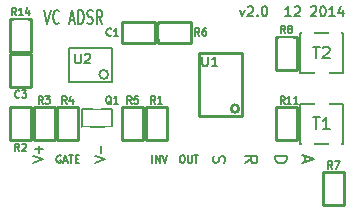
<source format=gto>
%FSLAX46Y46*%
G04 Gerber Fmt 4.6, Leading zero omitted, Abs format (unit mm)*
G04 Created by KiCad (PCBNEW (2014-09-02 BZR 5112)-product) date 2014-12-10 10:34:42 AM*
%MOMM*%
G01*
G04 APERTURE LIST*
%ADD10C,0.150000*%
%ADD11C,0.152400*%
%ADD12C,0.190500*%
%ADD13C,0.200000*%
%ADD14C,0.254000*%
%ADD15C,0.127000*%
%ADD16R,1.300480X0.299720*%
%ADD17R,1.270000X0.381000*%
%ADD18R,1.143000X0.812800*%
%ADD19R,0.812800X1.143000*%
%ADD20R,0.701040X1.000760*%
%ADD21R,1.000000X1.250000*%
%ADD22R,1.200000X1.250000*%
%ADD23R,1.350000X3.500000*%
G04 APERTURE END LIST*
D10*
D11*
X106304895Y-90274095D02*
X107117695Y-90003162D01*
X106304895Y-89732229D01*
X106808057Y-89461295D02*
X106808057Y-88842019D01*
X101054895Y-90274095D02*
X101867695Y-90003162D01*
X101054895Y-89732229D01*
X101558057Y-89461295D02*
X101558057Y-88842019D01*
X101867695Y-89151657D02*
X101248419Y-89151657D01*
X113640400Y-89666171D02*
X113756514Y-89666171D01*
X113814572Y-89695200D01*
X113872629Y-89753257D01*
X113901657Y-89869371D01*
X113901657Y-90072571D01*
X113872629Y-90188686D01*
X113814572Y-90246743D01*
X113756514Y-90275771D01*
X113640400Y-90275771D01*
X113582343Y-90246743D01*
X113524286Y-90188686D01*
X113495257Y-90072571D01*
X113495257Y-89869371D01*
X113524286Y-89753257D01*
X113582343Y-89695200D01*
X113640400Y-89666171D01*
X114162915Y-89666171D02*
X114162915Y-90159657D01*
X114191943Y-90217714D01*
X114220972Y-90246743D01*
X114279029Y-90275771D01*
X114395143Y-90275771D01*
X114453201Y-90246743D01*
X114482229Y-90217714D01*
X114511258Y-90159657D01*
X114511258Y-89666171D01*
X114714458Y-89666171D02*
X115062801Y-89666171D01*
X114888630Y-90275771D02*
X114888630Y-89666171D01*
X118587658Y-77325829D02*
X118781182Y-77867695D01*
X118974706Y-77325829D01*
X119245639Y-77132305D02*
X119284344Y-77093600D01*
X119361753Y-77054895D01*
X119555277Y-77054895D01*
X119632687Y-77093600D01*
X119671391Y-77132305D01*
X119710096Y-77209714D01*
X119710096Y-77287124D01*
X119671391Y-77403238D01*
X119206934Y-77867695D01*
X119710096Y-77867695D01*
X120058439Y-77790286D02*
X120097144Y-77828990D01*
X120058439Y-77867695D01*
X120019734Y-77828990D01*
X120058439Y-77790286D01*
X120058439Y-77867695D01*
X120600306Y-77054895D02*
X120677715Y-77054895D01*
X120755125Y-77093600D01*
X120793830Y-77132305D01*
X120832534Y-77209714D01*
X120871239Y-77364533D01*
X120871239Y-77558057D01*
X120832534Y-77712876D01*
X120793830Y-77790286D01*
X120755125Y-77828990D01*
X120677715Y-77867695D01*
X120600306Y-77867695D01*
X120522896Y-77828990D01*
X120484192Y-77790286D01*
X120445487Y-77712876D01*
X120406782Y-77558057D01*
X120406782Y-77364533D01*
X120445487Y-77209714D01*
X120484192Y-77132305D01*
X120522896Y-77093600D01*
X120600306Y-77054895D01*
X122883886Y-77867695D02*
X122419429Y-77867695D01*
X122651658Y-77867695D02*
X122651658Y-77054895D01*
X122574248Y-77171010D01*
X122496839Y-77248419D01*
X122419429Y-77287124D01*
X123193524Y-77132305D02*
X123232229Y-77093600D01*
X123309638Y-77054895D01*
X123503162Y-77054895D01*
X123580572Y-77093600D01*
X123619276Y-77132305D01*
X123657981Y-77209714D01*
X123657981Y-77287124D01*
X123619276Y-77403238D01*
X123154819Y-77867695D01*
X123657981Y-77867695D01*
X124586895Y-77132305D02*
X124625600Y-77093600D01*
X124703009Y-77054895D01*
X124896533Y-77054895D01*
X124973943Y-77093600D01*
X125012647Y-77132305D01*
X125051352Y-77209714D01*
X125051352Y-77287124D01*
X125012647Y-77403238D01*
X124548190Y-77867695D01*
X125051352Y-77867695D01*
X125554514Y-77054895D02*
X125631923Y-77054895D01*
X125709333Y-77093600D01*
X125748038Y-77132305D01*
X125786742Y-77209714D01*
X125825447Y-77364533D01*
X125825447Y-77558057D01*
X125786742Y-77712876D01*
X125748038Y-77790286D01*
X125709333Y-77828990D01*
X125631923Y-77867695D01*
X125554514Y-77867695D01*
X125477104Y-77828990D01*
X125438400Y-77790286D01*
X125399695Y-77712876D01*
X125360990Y-77558057D01*
X125360990Y-77364533D01*
X125399695Y-77209714D01*
X125438400Y-77132305D01*
X125477104Y-77093600D01*
X125554514Y-77054895D01*
X126599542Y-77867695D02*
X126135085Y-77867695D01*
X126367314Y-77867695D02*
X126367314Y-77054895D01*
X126289904Y-77171010D01*
X126212495Y-77248419D01*
X126135085Y-77287124D01*
X127296228Y-77325829D02*
X127296228Y-77867695D01*
X127102704Y-77016190D02*
X126909180Y-77596762D01*
X127412342Y-77596762D01*
X102004762Y-77342857D02*
X102271429Y-78542857D01*
X102538096Y-77342857D01*
X103261905Y-78428571D02*
X103223810Y-78485714D01*
X103109524Y-78542857D01*
X103033334Y-78542857D01*
X102919048Y-78485714D01*
X102842857Y-78371429D01*
X102804762Y-78257143D01*
X102766667Y-78028571D01*
X102766667Y-77857143D01*
X102804762Y-77628571D01*
X102842857Y-77514286D01*
X102919048Y-77400000D01*
X103033334Y-77342857D01*
X103109524Y-77342857D01*
X103223810Y-77400000D01*
X103261905Y-77457143D01*
X104176191Y-78200000D02*
X104557143Y-78200000D01*
X104100000Y-78542857D02*
X104366667Y-77342857D01*
X104633334Y-78542857D01*
X104900000Y-78542857D02*
X104900000Y-77342857D01*
X105090476Y-77342857D01*
X105204762Y-77400000D01*
X105280953Y-77514286D01*
X105319048Y-77628571D01*
X105357143Y-77857143D01*
X105357143Y-78028571D01*
X105319048Y-78257143D01*
X105280953Y-78371429D01*
X105204762Y-78485714D01*
X105090476Y-78542857D01*
X104900000Y-78542857D01*
X105661905Y-78485714D02*
X105776191Y-78542857D01*
X105966667Y-78542857D01*
X106042857Y-78485714D01*
X106080953Y-78428571D01*
X106119048Y-78314286D01*
X106119048Y-78200000D01*
X106080953Y-78085714D01*
X106042857Y-78028571D01*
X105966667Y-77971429D01*
X105814286Y-77914286D01*
X105738095Y-77857143D01*
X105700000Y-77800000D01*
X105661905Y-77685714D01*
X105661905Y-77571429D01*
X105700000Y-77457143D01*
X105738095Y-77400000D01*
X105814286Y-77342857D01*
X106004762Y-77342857D01*
X106119048Y-77400000D01*
X106919048Y-78542857D02*
X106652381Y-77971429D01*
X106461905Y-78542857D02*
X106461905Y-77342857D01*
X106766667Y-77342857D01*
X106842858Y-77400000D01*
X106880953Y-77457143D01*
X106919048Y-77571429D01*
X106919048Y-77742857D01*
X106880953Y-77857143D01*
X106842858Y-77914286D01*
X106766667Y-77971429D01*
X106461905Y-77971429D01*
X103390400Y-89695200D02*
X103332343Y-89666171D01*
X103245257Y-89666171D01*
X103158172Y-89695200D01*
X103100114Y-89753257D01*
X103071086Y-89811314D01*
X103042057Y-89927429D01*
X103042057Y-90014514D01*
X103071086Y-90130629D01*
X103100114Y-90188686D01*
X103158172Y-90246743D01*
X103245257Y-90275771D01*
X103303314Y-90275771D01*
X103390400Y-90246743D01*
X103419429Y-90217714D01*
X103419429Y-90014514D01*
X103303314Y-90014514D01*
X103651657Y-90101600D02*
X103941943Y-90101600D01*
X103593600Y-90275771D02*
X103796800Y-89666171D01*
X104000000Y-90275771D01*
X104116114Y-89666171D02*
X104464457Y-89666171D01*
X104290286Y-90275771D02*
X104290286Y-89666171D01*
X104667657Y-89956457D02*
X104870857Y-89956457D01*
X104957943Y-90275771D02*
X104667657Y-90275771D01*
X104667657Y-89666171D01*
X104957943Y-89666171D01*
X111169429Y-90275771D02*
X111169429Y-89666171D01*
X111459715Y-90275771D02*
X111459715Y-89666171D01*
X111808058Y-90275771D01*
X111808058Y-89666171D01*
X112011258Y-89666171D02*
X112214458Y-90275771D01*
X112417658Y-89666171D01*
D12*
X121540381Y-89733905D02*
X122556381Y-89733905D01*
X122556381Y-89975810D01*
X122508000Y-90120952D01*
X122411238Y-90217714D01*
X122314476Y-90266095D01*
X122120952Y-90314476D01*
X121975810Y-90314476D01*
X121782286Y-90266095D01*
X121685524Y-90217714D01*
X121588762Y-90120952D01*
X121540381Y-89975810D01*
X121540381Y-89733905D01*
X116338762Y-89709715D02*
X116290381Y-89854858D01*
X116290381Y-90096762D01*
X116338762Y-90193524D01*
X116387143Y-90241905D01*
X116483905Y-90290286D01*
X116580667Y-90290286D01*
X116677429Y-90241905D01*
X116725810Y-90193524D01*
X116774190Y-90096762D01*
X116822571Y-89903239D01*
X116870952Y-89806477D01*
X116919333Y-89758096D01*
X117016095Y-89709715D01*
X117112857Y-89709715D01*
X117209619Y-89758096D01*
X117258000Y-89806477D01*
X117306381Y-89903239D01*
X117306381Y-90145143D01*
X117258000Y-90290286D01*
X119040381Y-90314476D02*
X119524190Y-89975810D01*
X119040381Y-89733905D02*
X120056381Y-89733905D01*
X120056381Y-90120952D01*
X120008000Y-90217714D01*
X119959619Y-90266095D01*
X119862857Y-90314476D01*
X119717714Y-90314476D01*
X119620952Y-90266095D01*
X119572571Y-90217714D01*
X119524190Y-90120952D01*
X119524190Y-89733905D01*
X124080667Y-89758096D02*
X124080667Y-90241905D01*
X123790381Y-89661334D02*
X124806381Y-90000001D01*
X123790381Y-90338667D01*
D13*
X104100000Y-83430000D02*
X104100000Y-80570000D01*
X104100000Y-80570000D02*
X107700000Y-80570000D01*
X107700000Y-80570000D02*
X107700000Y-83430000D01*
X107678000Y-83438000D02*
X104122000Y-83438000D01*
X107424000Y-82803000D02*
G75*
G03X107424000Y-82803000I-381000J0D01*
G74*
G01*
D14*
X115095000Y-86294000D02*
X115095000Y-80960000D01*
X115095000Y-80960000D02*
X118778000Y-80960000D01*
X118778000Y-80960000D02*
X118778000Y-86294000D01*
X118778000Y-86294000D02*
X115095000Y-86294000D01*
X118483519Y-85702180D02*
G75*
G03X118483519Y-85702180I-325279J0D01*
G74*
G01*
X103100000Y-85600000D02*
X103100000Y-88400000D01*
X103100000Y-88400000D02*
X104900000Y-88400000D01*
X104900000Y-88400000D02*
X104900000Y-85600000D01*
X104900000Y-85600000D02*
X103100000Y-85600000D01*
X114400000Y-78350000D02*
X111600000Y-78350000D01*
X111600000Y-78350000D02*
X111600000Y-80150000D01*
X111600000Y-80150000D02*
X114400000Y-80150000D01*
X114400000Y-80150000D02*
X114400000Y-78350000D01*
X108600000Y-80150000D02*
X111400000Y-80150000D01*
X111400000Y-80150000D02*
X111400000Y-78350000D01*
X111400000Y-78350000D02*
X108600000Y-78350000D01*
X108600000Y-78350000D02*
X108600000Y-80150000D01*
X99100000Y-78100000D02*
X99100000Y-80900000D01*
X99100000Y-80900000D02*
X100900000Y-80900000D01*
X100900000Y-80900000D02*
X100900000Y-78100000D01*
X100900000Y-78100000D02*
X99100000Y-78100000D01*
X99100000Y-81100000D02*
X99100000Y-83900000D01*
X99100000Y-83900000D02*
X100900000Y-83900000D01*
X100900000Y-83900000D02*
X100900000Y-81100000D01*
X100900000Y-81100000D02*
X99100000Y-81100000D01*
X127400000Y-93900000D02*
X127400000Y-91100000D01*
X127400000Y-91100000D02*
X125600000Y-91100000D01*
X125600000Y-91100000D02*
X125600000Y-93900000D01*
X125600000Y-93900000D02*
X127400000Y-93900000D01*
X121600000Y-85600000D02*
X121600000Y-88400000D01*
X121600000Y-88400000D02*
X123400000Y-88400000D01*
X123400000Y-88400000D02*
X123400000Y-85600000D01*
X123400000Y-85600000D02*
X121600000Y-85600000D01*
X100900000Y-88400000D02*
X100900000Y-85600000D01*
X100900000Y-85600000D02*
X99100000Y-85600000D01*
X99100000Y-85600000D02*
X99100000Y-88400000D01*
X99100000Y-88400000D02*
X100900000Y-88400000D01*
X101100000Y-85600000D02*
X101100000Y-88400000D01*
X101100000Y-88400000D02*
X102900000Y-88400000D01*
X102900000Y-88400000D02*
X102900000Y-85600000D01*
X102900000Y-85600000D02*
X101100000Y-85600000D01*
X108600000Y-85600000D02*
X108600000Y-88400000D01*
X108600000Y-88400000D02*
X110400000Y-88400000D01*
X110400000Y-88400000D02*
X110400000Y-85600000D01*
X110400000Y-85600000D02*
X108600000Y-85600000D01*
X123400000Y-82400000D02*
X123400000Y-79600000D01*
X123400000Y-79600000D02*
X121600000Y-79600000D01*
X121600000Y-79600000D02*
X121600000Y-82400000D01*
X121600000Y-82400000D02*
X123400000Y-82400000D01*
X112400000Y-88400000D02*
X112400000Y-85600000D01*
X112400000Y-85600000D02*
X110600000Y-85600000D01*
X110600000Y-85600000D02*
X110600000Y-88400000D01*
X110600000Y-88400000D02*
X112400000Y-88400000D01*
D15*
X107770000Y-87262000D02*
X105166500Y-87262000D01*
X105166500Y-87262000D02*
X105166500Y-85738000D01*
X105166500Y-85738000D02*
X107770000Y-85738000D01*
X107770000Y-85738000D02*
X107770000Y-87262000D01*
D10*
X127300000Y-87000000D02*
X127300000Y-85300000D01*
X127300000Y-85300000D02*
X123700000Y-85300000D01*
X123700000Y-85300000D02*
X123700000Y-88700000D01*
X123700000Y-88700000D02*
X127300000Y-88700000D01*
X127300000Y-88700000D02*
X127300000Y-87000000D01*
X123700000Y-81000000D02*
X123700000Y-82700000D01*
X123700000Y-82700000D02*
X127300000Y-82700000D01*
X127300000Y-82700000D02*
X127300000Y-79300000D01*
X127300000Y-79300000D02*
X123700000Y-79300000D01*
X123700000Y-79300000D02*
X123700000Y-81000000D01*
D12*
X104630724Y-81054895D02*
X104630724Y-81712876D01*
X104669429Y-81790286D01*
X104708133Y-81828990D01*
X104785543Y-81867695D01*
X104940362Y-81867695D01*
X105017771Y-81828990D01*
X105056476Y-81790286D01*
X105095181Y-81712876D01*
X105095181Y-81054895D01*
X105443524Y-81132305D02*
X105482229Y-81093600D01*
X105559638Y-81054895D01*
X105753162Y-81054895D01*
X105830572Y-81093600D01*
X105869276Y-81132305D01*
X105907981Y-81209714D01*
X105907981Y-81287124D01*
X105869276Y-81403238D01*
X105404819Y-81867695D01*
X105907981Y-81867695D01*
X115380724Y-81304895D02*
X115380724Y-81962876D01*
X115419429Y-82040286D01*
X115458133Y-82078990D01*
X115535543Y-82117695D01*
X115690362Y-82117695D01*
X115767771Y-82078990D01*
X115806476Y-82040286D01*
X115845181Y-81962876D01*
X115845181Y-81304895D01*
X116657981Y-82117695D02*
X116193524Y-82117695D01*
X116425753Y-82117695D02*
X116425753Y-81304895D01*
X116348343Y-81421010D01*
X116270934Y-81498419D01*
X116193524Y-81537124D01*
D11*
X103898401Y-85275771D02*
X103695201Y-84985486D01*
X103550058Y-85275771D02*
X103550058Y-84666171D01*
X103782286Y-84666171D01*
X103840344Y-84695200D01*
X103869372Y-84724229D01*
X103898401Y-84782286D01*
X103898401Y-84869371D01*
X103869372Y-84927429D01*
X103840344Y-84956457D01*
X103782286Y-84985486D01*
X103550058Y-84985486D01*
X104420915Y-84869371D02*
X104420915Y-85275771D01*
X104275772Y-84637143D02*
X104130629Y-85072571D01*
X104508001Y-85072571D01*
X107648401Y-79467714D02*
X107619372Y-79496743D01*
X107532286Y-79525771D01*
X107474229Y-79525771D01*
X107387144Y-79496743D01*
X107329086Y-79438686D01*
X107300058Y-79380629D01*
X107271029Y-79264514D01*
X107271029Y-79177429D01*
X107300058Y-79061314D01*
X107329086Y-79003257D01*
X107387144Y-78945200D01*
X107474229Y-78916171D01*
X107532286Y-78916171D01*
X107619372Y-78945200D01*
X107648401Y-78974229D01*
X108228972Y-79525771D02*
X107880629Y-79525771D01*
X108054801Y-79525771D02*
X108054801Y-78916171D01*
X107996744Y-79003257D01*
X107938686Y-79061314D01*
X107880629Y-79090343D01*
X115148401Y-79525771D02*
X114945201Y-79235486D01*
X114800058Y-79525771D02*
X114800058Y-78916171D01*
X115032286Y-78916171D01*
X115090344Y-78945200D01*
X115119372Y-78974229D01*
X115148401Y-79032286D01*
X115148401Y-79119371D01*
X115119372Y-79177429D01*
X115090344Y-79206457D01*
X115032286Y-79235486D01*
X114800058Y-79235486D01*
X115670915Y-78916171D02*
X115554801Y-78916171D01*
X115496744Y-78945200D01*
X115467715Y-78974229D01*
X115409658Y-79061314D01*
X115380629Y-79177429D01*
X115380629Y-79409657D01*
X115409658Y-79467714D01*
X115438686Y-79496743D01*
X115496744Y-79525771D01*
X115612858Y-79525771D01*
X115670915Y-79496743D01*
X115699944Y-79467714D01*
X115728972Y-79409657D01*
X115728972Y-79264514D01*
X115699944Y-79206457D01*
X115670915Y-79177429D01*
X115612858Y-79148400D01*
X115496744Y-79148400D01*
X115438686Y-79177429D01*
X115409658Y-79206457D01*
X115380629Y-79264514D01*
X99608115Y-77775771D02*
X99404915Y-77485486D01*
X99259772Y-77775771D02*
X99259772Y-77166171D01*
X99492000Y-77166171D01*
X99550058Y-77195200D01*
X99579086Y-77224229D01*
X99608115Y-77282286D01*
X99608115Y-77369371D01*
X99579086Y-77427429D01*
X99550058Y-77456457D01*
X99492000Y-77485486D01*
X99259772Y-77485486D01*
X100188686Y-77775771D02*
X99840343Y-77775771D01*
X100014515Y-77775771D02*
X100014515Y-77166171D01*
X99956458Y-77253257D01*
X99898400Y-77311314D01*
X99840343Y-77340343D01*
X100711200Y-77369371D02*
X100711200Y-77775771D01*
X100566057Y-77137143D02*
X100420914Y-77572571D01*
X100798286Y-77572571D01*
X99898401Y-84717714D02*
X99869372Y-84746743D01*
X99782286Y-84775771D01*
X99724229Y-84775771D01*
X99637144Y-84746743D01*
X99579086Y-84688686D01*
X99550058Y-84630629D01*
X99521029Y-84514514D01*
X99521029Y-84427429D01*
X99550058Y-84311314D01*
X99579086Y-84253257D01*
X99637144Y-84195200D01*
X99724229Y-84166171D01*
X99782286Y-84166171D01*
X99869372Y-84195200D01*
X99898401Y-84224229D01*
X100101601Y-84166171D02*
X100478972Y-84166171D01*
X100275772Y-84398400D01*
X100362858Y-84398400D01*
X100420915Y-84427429D01*
X100449944Y-84456457D01*
X100478972Y-84514514D01*
X100478972Y-84659657D01*
X100449944Y-84717714D01*
X100420915Y-84746743D01*
X100362858Y-84775771D01*
X100188686Y-84775771D01*
X100130629Y-84746743D01*
X100101601Y-84717714D01*
X126398401Y-90775771D02*
X126195201Y-90485486D01*
X126050058Y-90775771D02*
X126050058Y-90166171D01*
X126282286Y-90166171D01*
X126340344Y-90195200D01*
X126369372Y-90224229D01*
X126398401Y-90282286D01*
X126398401Y-90369371D01*
X126369372Y-90427429D01*
X126340344Y-90456457D01*
X126282286Y-90485486D01*
X126050058Y-90485486D01*
X126601601Y-90166171D02*
X127008001Y-90166171D01*
X126746744Y-90775771D01*
X122358115Y-85275771D02*
X122154915Y-84985486D01*
X122009772Y-85275771D02*
X122009772Y-84666171D01*
X122242000Y-84666171D01*
X122300058Y-84695200D01*
X122329086Y-84724229D01*
X122358115Y-84782286D01*
X122358115Y-84869371D01*
X122329086Y-84927429D01*
X122300058Y-84956457D01*
X122242000Y-84985486D01*
X122009772Y-84985486D01*
X122938686Y-85275771D02*
X122590343Y-85275771D01*
X122764515Y-85275771D02*
X122764515Y-84666171D01*
X122706458Y-84753257D01*
X122648400Y-84811314D01*
X122590343Y-84840343D01*
X123519257Y-85275771D02*
X123170914Y-85275771D01*
X123345086Y-85275771D02*
X123345086Y-84666171D01*
X123287029Y-84753257D01*
X123228971Y-84811314D01*
X123170914Y-84840343D01*
X99898401Y-89275771D02*
X99695201Y-88985486D01*
X99550058Y-89275771D02*
X99550058Y-88666171D01*
X99782286Y-88666171D01*
X99840344Y-88695200D01*
X99869372Y-88724229D01*
X99898401Y-88782286D01*
X99898401Y-88869371D01*
X99869372Y-88927429D01*
X99840344Y-88956457D01*
X99782286Y-88985486D01*
X99550058Y-88985486D01*
X100130629Y-88724229D02*
X100159658Y-88695200D01*
X100217715Y-88666171D01*
X100362858Y-88666171D01*
X100420915Y-88695200D01*
X100449944Y-88724229D01*
X100478972Y-88782286D01*
X100478972Y-88840343D01*
X100449944Y-88927429D01*
X100101601Y-89275771D01*
X100478972Y-89275771D01*
X101898401Y-85275771D02*
X101695201Y-84985486D01*
X101550058Y-85275771D02*
X101550058Y-84666171D01*
X101782286Y-84666171D01*
X101840344Y-84695200D01*
X101869372Y-84724229D01*
X101898401Y-84782286D01*
X101898401Y-84869371D01*
X101869372Y-84927429D01*
X101840344Y-84956457D01*
X101782286Y-84985486D01*
X101550058Y-84985486D01*
X102101601Y-84666171D02*
X102478972Y-84666171D01*
X102275772Y-84898400D01*
X102362858Y-84898400D01*
X102420915Y-84927429D01*
X102449944Y-84956457D01*
X102478972Y-85014514D01*
X102478972Y-85159657D01*
X102449944Y-85217714D01*
X102420915Y-85246743D01*
X102362858Y-85275771D01*
X102188686Y-85275771D01*
X102130629Y-85246743D01*
X102101601Y-85217714D01*
X109398401Y-85275771D02*
X109195201Y-84985486D01*
X109050058Y-85275771D02*
X109050058Y-84666171D01*
X109282286Y-84666171D01*
X109340344Y-84695200D01*
X109369372Y-84724229D01*
X109398401Y-84782286D01*
X109398401Y-84869371D01*
X109369372Y-84927429D01*
X109340344Y-84956457D01*
X109282286Y-84985486D01*
X109050058Y-84985486D01*
X109949944Y-84666171D02*
X109659658Y-84666171D01*
X109630629Y-84956457D01*
X109659658Y-84927429D01*
X109717715Y-84898400D01*
X109862858Y-84898400D01*
X109920915Y-84927429D01*
X109949944Y-84956457D01*
X109978972Y-85014514D01*
X109978972Y-85159657D01*
X109949944Y-85217714D01*
X109920915Y-85246743D01*
X109862858Y-85275771D01*
X109717715Y-85275771D01*
X109659658Y-85246743D01*
X109630629Y-85217714D01*
X122398401Y-79275771D02*
X122195201Y-78985486D01*
X122050058Y-79275771D02*
X122050058Y-78666171D01*
X122282286Y-78666171D01*
X122340344Y-78695200D01*
X122369372Y-78724229D01*
X122398401Y-78782286D01*
X122398401Y-78869371D01*
X122369372Y-78927429D01*
X122340344Y-78956457D01*
X122282286Y-78985486D01*
X122050058Y-78985486D01*
X122746744Y-78927429D02*
X122688686Y-78898400D01*
X122659658Y-78869371D01*
X122630629Y-78811314D01*
X122630629Y-78782286D01*
X122659658Y-78724229D01*
X122688686Y-78695200D01*
X122746744Y-78666171D01*
X122862858Y-78666171D01*
X122920915Y-78695200D01*
X122949944Y-78724229D01*
X122978972Y-78782286D01*
X122978972Y-78811314D01*
X122949944Y-78869371D01*
X122920915Y-78898400D01*
X122862858Y-78927429D01*
X122746744Y-78927429D01*
X122688686Y-78956457D01*
X122659658Y-78985486D01*
X122630629Y-79043543D01*
X122630629Y-79159657D01*
X122659658Y-79217714D01*
X122688686Y-79246743D01*
X122746744Y-79275771D01*
X122862858Y-79275771D01*
X122920915Y-79246743D01*
X122949944Y-79217714D01*
X122978972Y-79159657D01*
X122978972Y-79043543D01*
X122949944Y-78985486D01*
X122920915Y-78956457D01*
X122862858Y-78927429D01*
X111398401Y-85275771D02*
X111195201Y-84985486D01*
X111050058Y-85275771D02*
X111050058Y-84666171D01*
X111282286Y-84666171D01*
X111340344Y-84695200D01*
X111369372Y-84724229D01*
X111398401Y-84782286D01*
X111398401Y-84869371D01*
X111369372Y-84927429D01*
X111340344Y-84956457D01*
X111282286Y-84985486D01*
X111050058Y-84985486D01*
X111978972Y-85275771D02*
X111630629Y-85275771D01*
X111804801Y-85275771D02*
X111804801Y-84666171D01*
X111746744Y-84753257D01*
X111688686Y-84811314D01*
X111630629Y-84840343D01*
X107691943Y-85333829D02*
X107633886Y-85304800D01*
X107575829Y-85246743D01*
X107488743Y-85159657D01*
X107430686Y-85130629D01*
X107372629Y-85130629D01*
X107401657Y-85275771D02*
X107343600Y-85246743D01*
X107285543Y-85188686D01*
X107256514Y-85072571D01*
X107256514Y-84869371D01*
X107285543Y-84753257D01*
X107343600Y-84695200D01*
X107401657Y-84666171D01*
X107517771Y-84666171D01*
X107575829Y-84695200D01*
X107633886Y-84753257D01*
X107662914Y-84869371D01*
X107662914Y-85072571D01*
X107633886Y-85188686D01*
X107575829Y-85246743D01*
X107517771Y-85275771D01*
X107401657Y-85275771D01*
X108243486Y-85275771D02*
X107895143Y-85275771D01*
X108069315Y-85275771D02*
X108069315Y-84666171D01*
X108011258Y-84753257D01*
X107953200Y-84811314D01*
X107895143Y-84840343D01*
D10*
X124738095Y-86452381D02*
X125309524Y-86452381D01*
X125023809Y-87452381D02*
X125023809Y-86452381D01*
X126166667Y-87452381D02*
X125595238Y-87452381D01*
X125880952Y-87452381D02*
X125880952Y-86452381D01*
X125785714Y-86595238D01*
X125690476Y-86690476D01*
X125595238Y-86738095D01*
X124738095Y-80452381D02*
X125309524Y-80452381D01*
X125023809Y-81452381D02*
X125023809Y-80452381D01*
X125595238Y-80547619D02*
X125642857Y-80500000D01*
X125738095Y-80452381D01*
X125976191Y-80452381D01*
X126071429Y-80500000D01*
X126119048Y-80547619D01*
X126166667Y-80642857D01*
X126166667Y-80738095D01*
X126119048Y-80880952D01*
X125547619Y-81452381D01*
X126166667Y-81452381D01*
%LPC*%
D16*
X108694000Y-82955400D03*
X108694000Y-82320400D03*
X108694000Y-81660000D03*
X108694000Y-81025000D03*
X103106000Y-81025000D03*
X103106000Y-81672700D03*
X103106000Y-82320400D03*
X103106000Y-82968100D03*
D17*
X119799080Y-85775840D03*
X119799080Y-85125600D03*
X119799080Y-84475360D03*
X119799080Y-83825120D03*
X119799080Y-83174880D03*
X119799080Y-82524640D03*
X119799080Y-81874400D03*
X119799080Y-81224160D03*
X114200920Y-81224160D03*
X114200920Y-81874400D03*
X114200920Y-82524640D03*
X114200920Y-83174880D03*
X114200920Y-83825120D03*
X114200920Y-84475360D03*
X114200920Y-85125600D03*
X114200920Y-85775840D03*
D18*
X104000000Y-86149100D03*
X104000000Y-87850900D03*
D19*
X113850900Y-79250000D03*
X112149100Y-79250000D03*
X109149100Y-79250000D03*
X110850900Y-79250000D03*
D18*
X100000000Y-78649100D03*
X100000000Y-80350900D03*
X100000000Y-81649100D03*
X100000000Y-83350900D03*
X126500000Y-93350900D03*
X126500000Y-91649100D03*
X122500000Y-86149100D03*
X122500000Y-87850900D03*
X100000000Y-87850900D03*
X100000000Y-86149100D03*
X102000000Y-86149100D03*
X102000000Y-87850900D03*
X109500000Y-86149100D03*
X109500000Y-87850900D03*
X122500000Y-81850900D03*
X122500000Y-80149100D03*
X111500000Y-87850900D03*
X111500000Y-86149100D03*
D20*
X106500000Y-85230000D03*
X107452500Y-87770000D03*
X105547500Y-87770000D03*
D21*
X126650000Y-88850000D03*
X124350000Y-88850000D03*
D22*
X125500000Y-85150000D03*
D21*
X124350000Y-79150000D03*
X126650000Y-79150000D03*
D22*
X125500000Y-82850000D03*
D23*
X101570000Y-92500000D03*
X104110000Y-92500000D03*
X106650000Y-92500000D03*
X109190000Y-92500000D03*
X111730000Y-92500000D03*
X114270000Y-92500000D03*
X116810000Y-92500000D03*
X119350000Y-92500000D03*
X121890000Y-92500000D03*
X124430000Y-92500000D03*
M02*

</source>
